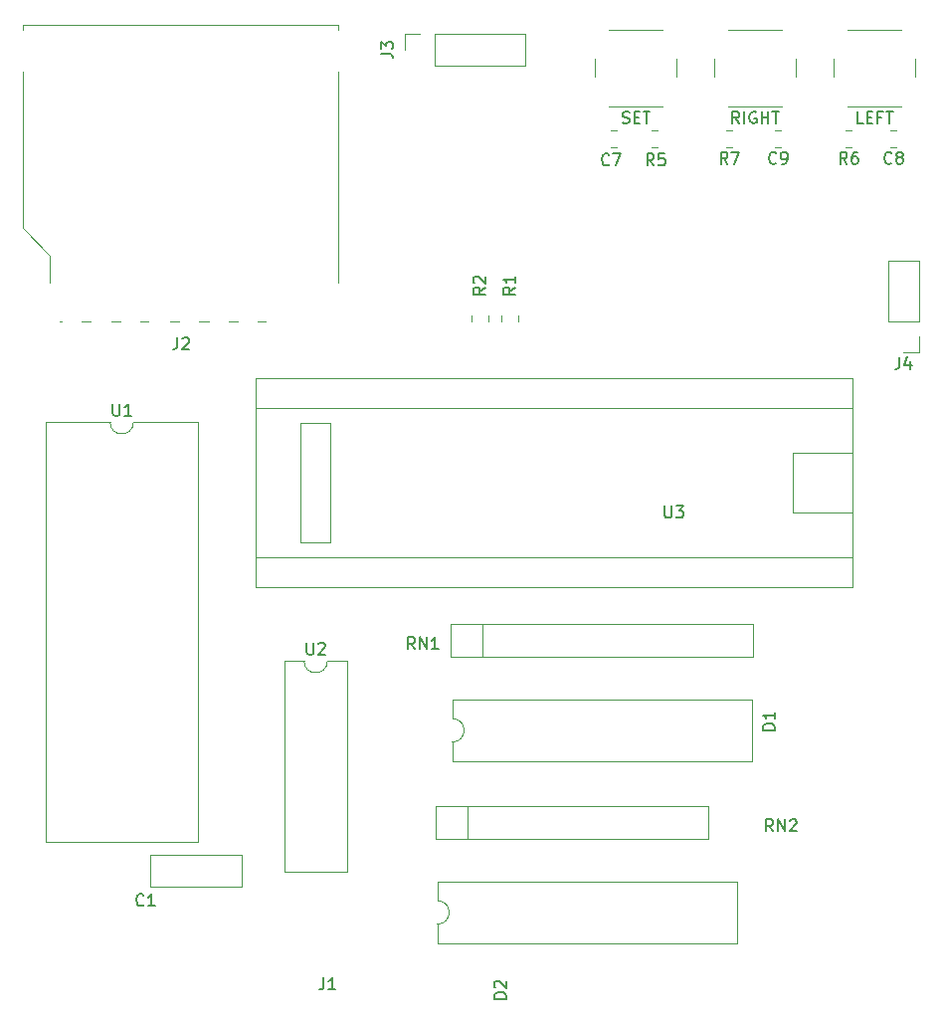
<source format=gto>
G04 #@! TF.GenerationSoftware,KiCad,Pcbnew,5.1.5-52549c5~86~ubuntu19.10.1*
G04 #@! TF.CreationDate,2020-04-22T22:15:28+03:00*
G04 #@! TF.ProjectId,control,636f6e74-726f-46c2-9e6b-696361645f70,rev?*
G04 #@! TF.SameCoordinates,Original*
G04 #@! TF.FileFunction,Legend,Top*
G04 #@! TF.FilePolarity,Positive*
%FSLAX46Y46*%
G04 Gerber Fmt 4.6, Leading zero omitted, Abs format (unit mm)*
G04 Created by KiCad (PCBNEW 5.1.5-52549c5~86~ubuntu19.10.1) date 2020-04-22 22:15:28*
%MOMM*%
%LPD*%
G04 APERTURE LIST*
%ADD10C,0.120000*%
%ADD11C,0.150000*%
G04 APERTURE END LIST*
D10*
X124460000Y-118110000D02*
X124460000Y-135890000D01*
X124460000Y-135890000D02*
X73660000Y-135890000D01*
X73660000Y-135890000D02*
X73660000Y-118110000D01*
X73660000Y-118110000D02*
X124460000Y-118110000D01*
X124460000Y-124460000D02*
X119380000Y-124460000D01*
X119380000Y-124460000D02*
X119380000Y-129540000D01*
X119380000Y-129540000D02*
X124460000Y-129540000D01*
X124460000Y-120650000D02*
X73660000Y-120650000D01*
X124460000Y-133350000D02*
X73660000Y-133350000D01*
X80010000Y-121920000D02*
X77470000Y-121920000D01*
X77470000Y-121920000D02*
X77470000Y-132080000D01*
X77470000Y-132080000D02*
X80010000Y-132080000D01*
X80010000Y-132080000D02*
X80010000Y-121920000D01*
X64670000Y-158650000D02*
X72410000Y-158650000D01*
X64670000Y-161390000D02*
X72410000Y-161390000D01*
X64670000Y-158650000D02*
X64670000Y-161390000D01*
X72410000Y-158650000D02*
X72410000Y-161390000D01*
X103881422Y-97080000D02*
X104398578Y-97080000D01*
X103881422Y-98500000D02*
X104398578Y-98500000D01*
X128196578Y-98500000D02*
X127679422Y-98500000D01*
X128196578Y-97080000D02*
X127679422Y-97080000D01*
X118368578Y-97080000D02*
X117851422Y-97080000D01*
X118368578Y-98500000D02*
X117851422Y-98500000D01*
X90364000Y-147082000D02*
G75*
G02X90364000Y-149082000I0J-1000000D01*
G01*
X90364000Y-149082000D02*
X90364000Y-150732000D01*
X90364000Y-150732000D02*
X115884000Y-150732000D01*
X115884000Y-150732000D02*
X115884000Y-145432000D01*
X115884000Y-145432000D02*
X90364000Y-145432000D01*
X90364000Y-145432000D02*
X90364000Y-147082000D01*
X89094000Y-160926000D02*
X89094000Y-162576000D01*
X114614000Y-160926000D02*
X89094000Y-160926000D01*
X114614000Y-166226000D02*
X114614000Y-160926000D01*
X89094000Y-166226000D02*
X114614000Y-166226000D01*
X89094000Y-164576000D02*
X89094000Y-166226000D01*
X89094000Y-162576000D02*
G75*
G02X89094000Y-164576000I0J-1000000D01*
G01*
X53840000Y-88055000D02*
X53840000Y-88475000D01*
X80680000Y-88055000D02*
X53840000Y-88055000D01*
X80680000Y-88475000D02*
X80680000Y-88055000D01*
X80680000Y-109975000D02*
X80680000Y-92075000D01*
X53840000Y-105375000D02*
X53840000Y-92075000D01*
X56140000Y-107675000D02*
X53840000Y-105375000D01*
X56140000Y-109975000D02*
X56140000Y-107675000D01*
X74510000Y-113295000D02*
X73810000Y-113295000D01*
X72110000Y-113295000D02*
X71310000Y-113295000D01*
X69610000Y-113295000D02*
X68810000Y-113295000D01*
X57110000Y-113295000D02*
X56910000Y-113295000D01*
X67110000Y-113295000D02*
X66310000Y-113295000D01*
X64510000Y-113295000D02*
X63810000Y-113295000D01*
X62110000Y-113295000D02*
X61310000Y-113295000D01*
X59610000Y-113295000D02*
X58810000Y-113295000D01*
X88900000Y-91500000D02*
X88900000Y-88840000D01*
X88900000Y-91500000D02*
X96580000Y-91500000D01*
X96580000Y-91500000D02*
X96580000Y-88840000D01*
X88900000Y-88840000D02*
X96580000Y-88840000D01*
X86300000Y-88840000D02*
X87630000Y-88840000D01*
X86300000Y-90170000D02*
X86300000Y-88840000D01*
X130108000Y-108144000D02*
X127448000Y-108144000D01*
X130108000Y-113284000D02*
X130108000Y-108144000D01*
X127448000Y-113284000D02*
X127448000Y-108144000D01*
X130108000Y-113284000D02*
X127448000Y-113284000D01*
X130108000Y-114554000D02*
X130108000Y-115884000D01*
X130108000Y-115884000D02*
X128778000Y-115884000D01*
X94540000Y-112771422D02*
X94540000Y-113288578D01*
X95960000Y-112771422D02*
X95960000Y-113288578D01*
X93420000Y-112771422D02*
X93420000Y-113288578D01*
X92000000Y-112771422D02*
X92000000Y-113288578D01*
X107359422Y-97080000D02*
X107876578Y-97080000D01*
X107359422Y-98500000D02*
X107876578Y-98500000D01*
X124386578Y-98500000D02*
X123869422Y-98500000D01*
X124386578Y-97080000D02*
X123869422Y-97080000D01*
X114226578Y-97080000D02*
X113709422Y-97080000D01*
X114226578Y-98500000D02*
X113709422Y-98500000D01*
X90254000Y-139062000D02*
X90254000Y-141862000D01*
X90254000Y-141862000D02*
X115994000Y-141862000D01*
X115994000Y-141862000D02*
X115994000Y-139062000D01*
X115994000Y-139062000D02*
X90254000Y-139062000D01*
X92964000Y-139062000D02*
X92964000Y-141862000D01*
X88984000Y-154556000D02*
X88984000Y-157356000D01*
X88984000Y-157356000D02*
X112184000Y-157356000D01*
X112184000Y-157356000D02*
X112184000Y-154556000D01*
X112184000Y-154556000D02*
X88984000Y-154556000D01*
X91694000Y-154556000D02*
X91694000Y-157356000D01*
X108220000Y-88480000D02*
X103720000Y-88480000D01*
X109470000Y-92480000D02*
X109470000Y-90980000D01*
X103720000Y-94980000D02*
X108220000Y-94980000D01*
X102470000Y-90980000D02*
X102470000Y-92480000D01*
X122790000Y-90980000D02*
X122790000Y-92480000D01*
X124040000Y-94980000D02*
X128540000Y-94980000D01*
X129790000Y-92480000D02*
X129790000Y-90980000D01*
X128540000Y-88480000D02*
X124040000Y-88480000D01*
X118380000Y-88480000D02*
X113880000Y-88480000D01*
X119630000Y-92480000D02*
X119630000Y-90980000D01*
X113880000Y-94980000D02*
X118380000Y-94980000D01*
X112630000Y-90980000D02*
X112630000Y-92480000D01*
X63230000Y-121860000D02*
G75*
G02X61230000Y-121860000I-1000000J0D01*
G01*
X61230000Y-121860000D02*
X55770000Y-121860000D01*
X55770000Y-121860000D02*
X55770000Y-157540000D01*
X55770000Y-157540000D02*
X68690000Y-157540000D01*
X68690000Y-157540000D02*
X68690000Y-121860000D01*
X68690000Y-121860000D02*
X63230000Y-121860000D01*
X79740000Y-142180000D02*
G75*
G02X77740000Y-142180000I-1000000J0D01*
G01*
X77740000Y-142180000D02*
X76090000Y-142180000D01*
X76090000Y-142180000D02*
X76090000Y-160080000D01*
X76090000Y-160080000D02*
X81390000Y-160080000D01*
X81390000Y-160080000D02*
X81390000Y-142180000D01*
X81390000Y-142180000D02*
X79740000Y-142180000D01*
D11*
X108458095Y-128992380D02*
X108458095Y-129801904D01*
X108505714Y-129897142D01*
X108553333Y-129944761D01*
X108648571Y-129992380D01*
X108839047Y-129992380D01*
X108934285Y-129944761D01*
X108981904Y-129897142D01*
X109029523Y-129801904D01*
X109029523Y-128992380D01*
X109410476Y-128992380D02*
X110029523Y-128992380D01*
X109696190Y-129373333D01*
X109839047Y-129373333D01*
X109934285Y-129420952D01*
X109981904Y-129468571D01*
X110029523Y-129563809D01*
X110029523Y-129801904D01*
X109981904Y-129897142D01*
X109934285Y-129944761D01*
X109839047Y-129992380D01*
X109553333Y-129992380D01*
X109458095Y-129944761D01*
X109410476Y-129897142D01*
X79422666Y-169124380D02*
X79422666Y-169838666D01*
X79375047Y-169981523D01*
X79279809Y-170076761D01*
X79136952Y-170124380D01*
X79041714Y-170124380D01*
X80422666Y-170124380D02*
X79851238Y-170124380D01*
X80136952Y-170124380D02*
X80136952Y-169124380D01*
X80041714Y-169267238D01*
X79946476Y-169362476D01*
X79851238Y-169410095D01*
X64095333Y-162917142D02*
X64047714Y-162964761D01*
X63904857Y-163012380D01*
X63809619Y-163012380D01*
X63666761Y-162964761D01*
X63571523Y-162869523D01*
X63523904Y-162774285D01*
X63476285Y-162583809D01*
X63476285Y-162440952D01*
X63523904Y-162250476D01*
X63571523Y-162155238D01*
X63666761Y-162060000D01*
X63809619Y-162012380D01*
X63904857Y-162012380D01*
X64047714Y-162060000D01*
X64095333Y-162107619D01*
X65047714Y-163012380D02*
X64476285Y-163012380D01*
X64762000Y-163012380D02*
X64762000Y-162012380D01*
X64666761Y-162155238D01*
X64571523Y-162250476D01*
X64476285Y-162298095D01*
X103719333Y-99925142D02*
X103671714Y-99972761D01*
X103528857Y-100020380D01*
X103433619Y-100020380D01*
X103290761Y-99972761D01*
X103195523Y-99877523D01*
X103147904Y-99782285D01*
X103100285Y-99591809D01*
X103100285Y-99448952D01*
X103147904Y-99258476D01*
X103195523Y-99163238D01*
X103290761Y-99068000D01*
X103433619Y-99020380D01*
X103528857Y-99020380D01*
X103671714Y-99068000D01*
X103719333Y-99115619D01*
X104052666Y-99020380D02*
X104719333Y-99020380D01*
X104290761Y-100020380D01*
X127771333Y-99797142D02*
X127723714Y-99844761D01*
X127580857Y-99892380D01*
X127485619Y-99892380D01*
X127342761Y-99844761D01*
X127247523Y-99749523D01*
X127199904Y-99654285D01*
X127152285Y-99463809D01*
X127152285Y-99320952D01*
X127199904Y-99130476D01*
X127247523Y-99035238D01*
X127342761Y-98940000D01*
X127485619Y-98892380D01*
X127580857Y-98892380D01*
X127723714Y-98940000D01*
X127771333Y-98987619D01*
X128342761Y-99320952D02*
X128247523Y-99273333D01*
X128199904Y-99225714D01*
X128152285Y-99130476D01*
X128152285Y-99082857D01*
X128199904Y-98987619D01*
X128247523Y-98940000D01*
X128342761Y-98892380D01*
X128533238Y-98892380D01*
X128628476Y-98940000D01*
X128676095Y-98987619D01*
X128723714Y-99082857D01*
X128723714Y-99130476D01*
X128676095Y-99225714D01*
X128628476Y-99273333D01*
X128533238Y-99320952D01*
X128342761Y-99320952D01*
X128247523Y-99368571D01*
X128199904Y-99416190D01*
X128152285Y-99511428D01*
X128152285Y-99701904D01*
X128199904Y-99797142D01*
X128247523Y-99844761D01*
X128342761Y-99892380D01*
X128533238Y-99892380D01*
X128628476Y-99844761D01*
X128676095Y-99797142D01*
X128723714Y-99701904D01*
X128723714Y-99511428D01*
X128676095Y-99416190D01*
X128628476Y-99368571D01*
X128533238Y-99320952D01*
X117943333Y-99797142D02*
X117895714Y-99844761D01*
X117752857Y-99892380D01*
X117657619Y-99892380D01*
X117514761Y-99844761D01*
X117419523Y-99749523D01*
X117371904Y-99654285D01*
X117324285Y-99463809D01*
X117324285Y-99320952D01*
X117371904Y-99130476D01*
X117419523Y-99035238D01*
X117514761Y-98940000D01*
X117657619Y-98892380D01*
X117752857Y-98892380D01*
X117895714Y-98940000D01*
X117943333Y-98987619D01*
X118419523Y-99892380D02*
X118610000Y-99892380D01*
X118705238Y-99844761D01*
X118752857Y-99797142D01*
X118848095Y-99654285D01*
X118895714Y-99463809D01*
X118895714Y-99082857D01*
X118848095Y-98987619D01*
X118800476Y-98940000D01*
X118705238Y-98892380D01*
X118514761Y-98892380D01*
X118419523Y-98940000D01*
X118371904Y-98987619D01*
X118324285Y-99082857D01*
X118324285Y-99320952D01*
X118371904Y-99416190D01*
X118419523Y-99463809D01*
X118514761Y-99511428D01*
X118705238Y-99511428D01*
X118800476Y-99463809D01*
X118848095Y-99416190D01*
X118895714Y-99320952D01*
X117800380Y-148058095D02*
X116800380Y-148058095D01*
X116800380Y-147820000D01*
X116848000Y-147677142D01*
X116943238Y-147581904D01*
X117038476Y-147534285D01*
X117228952Y-147486666D01*
X117371809Y-147486666D01*
X117562285Y-147534285D01*
X117657523Y-147581904D01*
X117752761Y-147677142D01*
X117800380Y-147820000D01*
X117800380Y-148058095D01*
X117800380Y-146534285D02*
X117800380Y-147105714D01*
X117800380Y-146820000D02*
X116800380Y-146820000D01*
X116943238Y-146915238D01*
X117038476Y-147010476D01*
X117086095Y-147105714D01*
X94940380Y-170918095D02*
X93940380Y-170918095D01*
X93940380Y-170680000D01*
X93988000Y-170537142D01*
X94083238Y-170441904D01*
X94178476Y-170394285D01*
X94368952Y-170346666D01*
X94511809Y-170346666D01*
X94702285Y-170394285D01*
X94797523Y-170441904D01*
X94892761Y-170537142D01*
X94940380Y-170680000D01*
X94940380Y-170918095D01*
X94035619Y-169965714D02*
X93988000Y-169918095D01*
X93940380Y-169822857D01*
X93940380Y-169584761D01*
X93988000Y-169489523D01*
X94035619Y-169441904D01*
X94130857Y-169394285D01*
X94226095Y-169394285D01*
X94368952Y-169441904D01*
X94940380Y-170013333D01*
X94940380Y-169394285D01*
X66976666Y-114652380D02*
X66976666Y-115366666D01*
X66929047Y-115509523D01*
X66833809Y-115604761D01*
X66690952Y-115652380D01*
X66595714Y-115652380D01*
X67405238Y-114747619D02*
X67452857Y-114700000D01*
X67548095Y-114652380D01*
X67786190Y-114652380D01*
X67881428Y-114700000D01*
X67929047Y-114747619D01*
X67976666Y-114842857D01*
X67976666Y-114938095D01*
X67929047Y-115080952D01*
X67357619Y-115652380D01*
X67976666Y-115652380D01*
X84312380Y-90503333D02*
X85026666Y-90503333D01*
X85169523Y-90550952D01*
X85264761Y-90646190D01*
X85312380Y-90789047D01*
X85312380Y-90884285D01*
X84312380Y-90122380D02*
X84312380Y-89503333D01*
X84693333Y-89836666D01*
X84693333Y-89693809D01*
X84740952Y-89598571D01*
X84788571Y-89550952D01*
X84883809Y-89503333D01*
X85121904Y-89503333D01*
X85217142Y-89550952D01*
X85264761Y-89598571D01*
X85312380Y-89693809D01*
X85312380Y-89979523D01*
X85264761Y-90074761D01*
X85217142Y-90122380D01*
X128444666Y-116336380D02*
X128444666Y-117050666D01*
X128397047Y-117193523D01*
X128301809Y-117288761D01*
X128158952Y-117336380D01*
X128063714Y-117336380D01*
X129349428Y-116669714D02*
X129349428Y-117336380D01*
X129111333Y-116288761D02*
X128873238Y-117003047D01*
X129492285Y-117003047D01*
X95702380Y-110402666D02*
X95226190Y-110736000D01*
X95702380Y-110974095D02*
X94702380Y-110974095D01*
X94702380Y-110593142D01*
X94750000Y-110497904D01*
X94797619Y-110450285D01*
X94892857Y-110402666D01*
X95035714Y-110402666D01*
X95130952Y-110450285D01*
X95178571Y-110497904D01*
X95226190Y-110593142D01*
X95226190Y-110974095D01*
X95702380Y-109450285D02*
X95702380Y-110021714D01*
X95702380Y-109736000D02*
X94702380Y-109736000D01*
X94845238Y-109831238D01*
X94940476Y-109926476D01*
X94988095Y-110021714D01*
X93162380Y-110402666D02*
X92686190Y-110736000D01*
X93162380Y-110974095D02*
X92162380Y-110974095D01*
X92162380Y-110593142D01*
X92210000Y-110497904D01*
X92257619Y-110450285D01*
X92352857Y-110402666D01*
X92495714Y-110402666D01*
X92590952Y-110450285D01*
X92638571Y-110497904D01*
X92686190Y-110593142D01*
X92686190Y-110974095D01*
X92257619Y-110021714D02*
X92210000Y-109974095D01*
X92162380Y-109878857D01*
X92162380Y-109640761D01*
X92210000Y-109545523D01*
X92257619Y-109497904D01*
X92352857Y-109450285D01*
X92448095Y-109450285D01*
X92590952Y-109497904D01*
X93162380Y-110069333D01*
X93162380Y-109450285D01*
X107529333Y-100020380D02*
X107196000Y-99544190D01*
X106957904Y-100020380D02*
X106957904Y-99020380D01*
X107338857Y-99020380D01*
X107434095Y-99068000D01*
X107481714Y-99115619D01*
X107529333Y-99210857D01*
X107529333Y-99353714D01*
X107481714Y-99448952D01*
X107434095Y-99496571D01*
X107338857Y-99544190D01*
X106957904Y-99544190D01*
X108434095Y-99020380D02*
X107957904Y-99020380D01*
X107910285Y-99496571D01*
X107957904Y-99448952D01*
X108053142Y-99401333D01*
X108291238Y-99401333D01*
X108386476Y-99448952D01*
X108434095Y-99496571D01*
X108481714Y-99591809D01*
X108481714Y-99829904D01*
X108434095Y-99925142D01*
X108386476Y-99972761D01*
X108291238Y-100020380D01*
X108053142Y-100020380D01*
X107957904Y-99972761D01*
X107910285Y-99925142D01*
X123961333Y-99892380D02*
X123628000Y-99416190D01*
X123389904Y-99892380D02*
X123389904Y-98892380D01*
X123770857Y-98892380D01*
X123866095Y-98940000D01*
X123913714Y-98987619D01*
X123961333Y-99082857D01*
X123961333Y-99225714D01*
X123913714Y-99320952D01*
X123866095Y-99368571D01*
X123770857Y-99416190D01*
X123389904Y-99416190D01*
X124818476Y-98892380D02*
X124628000Y-98892380D01*
X124532761Y-98940000D01*
X124485142Y-98987619D01*
X124389904Y-99130476D01*
X124342285Y-99320952D01*
X124342285Y-99701904D01*
X124389904Y-99797142D01*
X124437523Y-99844761D01*
X124532761Y-99892380D01*
X124723238Y-99892380D01*
X124818476Y-99844761D01*
X124866095Y-99797142D01*
X124913714Y-99701904D01*
X124913714Y-99463809D01*
X124866095Y-99368571D01*
X124818476Y-99320952D01*
X124723238Y-99273333D01*
X124532761Y-99273333D01*
X124437523Y-99320952D01*
X124389904Y-99368571D01*
X124342285Y-99463809D01*
X113801333Y-99892380D02*
X113468000Y-99416190D01*
X113229904Y-99892380D02*
X113229904Y-98892380D01*
X113610857Y-98892380D01*
X113706095Y-98940000D01*
X113753714Y-98987619D01*
X113801333Y-99082857D01*
X113801333Y-99225714D01*
X113753714Y-99320952D01*
X113706095Y-99368571D01*
X113610857Y-99416190D01*
X113229904Y-99416190D01*
X114134666Y-98892380D02*
X114801333Y-98892380D01*
X114372761Y-99892380D01*
X87193523Y-141168380D02*
X86860190Y-140692190D01*
X86622095Y-141168380D02*
X86622095Y-140168380D01*
X87003047Y-140168380D01*
X87098285Y-140216000D01*
X87145904Y-140263619D01*
X87193523Y-140358857D01*
X87193523Y-140501714D01*
X87145904Y-140596952D01*
X87098285Y-140644571D01*
X87003047Y-140692190D01*
X86622095Y-140692190D01*
X87622095Y-141168380D02*
X87622095Y-140168380D01*
X88193523Y-141168380D01*
X88193523Y-140168380D01*
X89193523Y-141168380D02*
X88622095Y-141168380D01*
X88907809Y-141168380D02*
X88907809Y-140168380D01*
X88812571Y-140311238D01*
X88717333Y-140406476D01*
X88622095Y-140454095D01*
X117673523Y-156662380D02*
X117340190Y-156186190D01*
X117102095Y-156662380D02*
X117102095Y-155662380D01*
X117483047Y-155662380D01*
X117578285Y-155710000D01*
X117625904Y-155757619D01*
X117673523Y-155852857D01*
X117673523Y-155995714D01*
X117625904Y-156090952D01*
X117578285Y-156138571D01*
X117483047Y-156186190D01*
X117102095Y-156186190D01*
X118102095Y-156662380D02*
X118102095Y-155662380D01*
X118673523Y-156662380D01*
X118673523Y-155662380D01*
X119102095Y-155757619D02*
X119149714Y-155710000D01*
X119244952Y-155662380D01*
X119483047Y-155662380D01*
X119578285Y-155710000D01*
X119625904Y-155757619D01*
X119673523Y-155852857D01*
X119673523Y-155948095D01*
X119625904Y-156090952D01*
X119054476Y-156662380D01*
X119673523Y-156662380D01*
X104850952Y-96384761D02*
X104993809Y-96432380D01*
X105231904Y-96432380D01*
X105327142Y-96384761D01*
X105374761Y-96337142D01*
X105422380Y-96241904D01*
X105422380Y-96146666D01*
X105374761Y-96051428D01*
X105327142Y-96003809D01*
X105231904Y-95956190D01*
X105041428Y-95908571D01*
X104946190Y-95860952D01*
X104898571Y-95813333D01*
X104850952Y-95718095D01*
X104850952Y-95622857D01*
X104898571Y-95527619D01*
X104946190Y-95480000D01*
X105041428Y-95432380D01*
X105279523Y-95432380D01*
X105422380Y-95480000D01*
X105850952Y-95908571D02*
X106184285Y-95908571D01*
X106327142Y-96432380D02*
X105850952Y-96432380D01*
X105850952Y-95432380D01*
X106327142Y-95432380D01*
X106612857Y-95432380D02*
X107184285Y-95432380D01*
X106898571Y-96432380D02*
X106898571Y-95432380D01*
X125337619Y-96432380D02*
X124861428Y-96432380D01*
X124861428Y-95432380D01*
X125670952Y-95908571D02*
X126004285Y-95908571D01*
X126147142Y-96432380D02*
X125670952Y-96432380D01*
X125670952Y-95432380D01*
X126147142Y-95432380D01*
X126909047Y-95908571D02*
X126575714Y-95908571D01*
X126575714Y-96432380D02*
X126575714Y-95432380D01*
X127051904Y-95432380D01*
X127290000Y-95432380D02*
X127861428Y-95432380D01*
X127575714Y-96432380D02*
X127575714Y-95432380D01*
X114796666Y-96432380D02*
X114463333Y-95956190D01*
X114225238Y-96432380D02*
X114225238Y-95432380D01*
X114606190Y-95432380D01*
X114701428Y-95480000D01*
X114749047Y-95527619D01*
X114796666Y-95622857D01*
X114796666Y-95765714D01*
X114749047Y-95860952D01*
X114701428Y-95908571D01*
X114606190Y-95956190D01*
X114225238Y-95956190D01*
X115225238Y-96432380D02*
X115225238Y-95432380D01*
X116225238Y-95480000D02*
X116130000Y-95432380D01*
X115987142Y-95432380D01*
X115844285Y-95480000D01*
X115749047Y-95575238D01*
X115701428Y-95670476D01*
X115653809Y-95860952D01*
X115653809Y-96003809D01*
X115701428Y-96194285D01*
X115749047Y-96289523D01*
X115844285Y-96384761D01*
X115987142Y-96432380D01*
X116082380Y-96432380D01*
X116225238Y-96384761D01*
X116272857Y-96337142D01*
X116272857Y-96003809D01*
X116082380Y-96003809D01*
X116701428Y-96432380D02*
X116701428Y-95432380D01*
X116701428Y-95908571D02*
X117272857Y-95908571D01*
X117272857Y-96432380D02*
X117272857Y-95432380D01*
X117606190Y-95432380D02*
X118177619Y-95432380D01*
X117891904Y-96432380D02*
X117891904Y-95432380D01*
X61468095Y-120312380D02*
X61468095Y-121121904D01*
X61515714Y-121217142D01*
X61563333Y-121264761D01*
X61658571Y-121312380D01*
X61849047Y-121312380D01*
X61944285Y-121264761D01*
X61991904Y-121217142D01*
X62039523Y-121121904D01*
X62039523Y-120312380D01*
X63039523Y-121312380D02*
X62468095Y-121312380D01*
X62753809Y-121312380D02*
X62753809Y-120312380D01*
X62658571Y-120455238D01*
X62563333Y-120550476D01*
X62468095Y-120598095D01*
X77978095Y-140632380D02*
X77978095Y-141441904D01*
X78025714Y-141537142D01*
X78073333Y-141584761D01*
X78168571Y-141632380D01*
X78359047Y-141632380D01*
X78454285Y-141584761D01*
X78501904Y-141537142D01*
X78549523Y-141441904D01*
X78549523Y-140632380D01*
X78978095Y-140727619D02*
X79025714Y-140680000D01*
X79120952Y-140632380D01*
X79359047Y-140632380D01*
X79454285Y-140680000D01*
X79501904Y-140727619D01*
X79549523Y-140822857D01*
X79549523Y-140918095D01*
X79501904Y-141060952D01*
X78930476Y-141632380D01*
X79549523Y-141632380D01*
M02*

</source>
